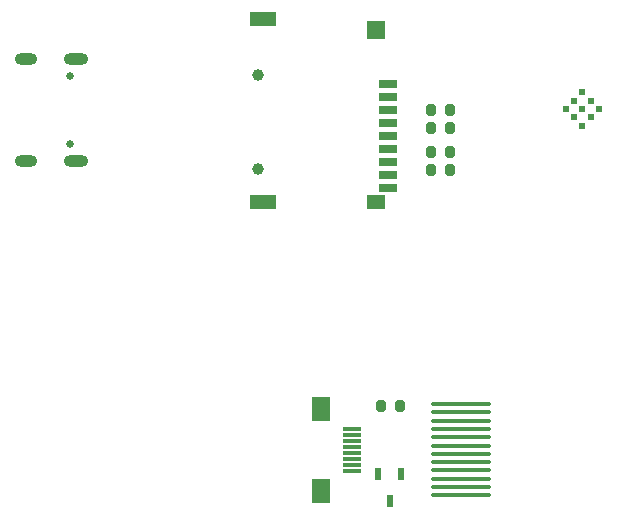
<source format=gbs>
%TF.GenerationSoftware,KiCad,Pcbnew,(6.0.7)*%
%TF.CreationDate,2022-08-03T19:32:55+08:00*%
%TF.ProjectId,Egret,45677265-742e-46b6-9963-61645f706362,rev?*%
%TF.SameCoordinates,Original*%
%TF.FileFunction,Soldermask,Bot*%
%TF.FilePolarity,Negative*%
%FSLAX46Y46*%
G04 Gerber Fmt 4.6, Leading zero omitted, Abs format (unit mm)*
G04 Created by KiCad (PCBNEW (6.0.7)) date 2022-08-03 19:32:55*
%MOMM*%
%LPD*%
G01*
G04 APERTURE LIST*
G04 Aperture macros list*
%AMRoundRect*
0 Rectangle with rounded corners*
0 $1 Rounding radius*
0 $2 $3 $4 $5 $6 $7 $8 $9 X,Y pos of 4 corners*
0 Add a 4 corners polygon primitive as box body*
4,1,4,$2,$3,$4,$5,$6,$7,$8,$9,$2,$3,0*
0 Add four circle primitives for the rounded corners*
1,1,$1+$1,$2,$3*
1,1,$1+$1,$4,$5*
1,1,$1+$1,$6,$7*
1,1,$1+$1,$8,$9*
0 Add four rect primitives between the rounded corners*
20,1,$1+$1,$2,$3,$4,$5,0*
20,1,$1+$1,$4,$5,$6,$7,0*
20,1,$1+$1,$6,$7,$8,$9,0*
20,1,$1+$1,$8,$9,$2,$3,0*%
G04 Aperture macros list end*
%ADD10C,0.650000*%
%ADD11O,2.100000X1.000000*%
%ADD12O,1.900000X1.000000*%
%ADD13C,0.610000*%
%ADD14RoundRect,0.200000X-0.200000X-0.275000X0.200000X-0.275000X0.200000X0.275000X-0.200000X0.275000X0*%
%ADD15R,0.532000X1.070000*%
%ADD16R,1.500000X0.300000*%
%ADD17R,1.500000X2.000000*%
%ADD18C,1.000000*%
%ADD19R,1.600000X0.700000*%
%ADD20R,1.500000X1.200000*%
%ADD21R,2.200000X1.200000*%
%ADD22R,1.500000X1.600000*%
%ADD23RoundRect,0.087500X-2.412500X-0.087500X2.412500X-0.087500X2.412500X0.087500X-2.412500X0.087500X0*%
%ADD24RoundRect,0.200000X0.200000X0.275000X-0.200000X0.275000X-0.200000X-0.275000X0.200000X-0.275000X0*%
G04 APERTURE END LIST*
D10*
%TO.C,USB1*%
X123139000Y-89758000D03*
X123139000Y-83978000D03*
D11*
X123639000Y-82543000D03*
X123639000Y-91193000D03*
D12*
X119439000Y-82543000D03*
X119439000Y-91193000D03*
%TD*%
D13*
%TO.C,U3*%
X166540000Y-86750000D03*
X167247107Y-86042893D03*
X167954214Y-86750000D03*
X166540000Y-88164214D03*
X165832893Y-87457107D03*
X167247107Y-87457107D03*
X166540000Y-85335786D03*
X165125786Y-86750000D03*
X165832893Y-86042893D03*
%TD*%
D14*
%TO.C,R20*%
X153705000Y-88388000D03*
X155355000Y-88388000D03*
%TD*%
D15*
%TO.C,Q3*%
X149277333Y-117706100D03*
X151177333Y-117706100D03*
X150227333Y-119976100D03*
%TD*%
D16*
%TO.C,U9*%
X147026333Y-117379100D03*
X147026333Y-116879100D03*
X147026333Y-116379100D03*
X147026333Y-115879100D03*
X147026333Y-115379100D03*
X147026333Y-114879100D03*
X147026333Y-114379100D03*
X147026333Y-113879100D03*
D17*
X144426333Y-112179100D03*
X144426333Y-119079100D03*
%TD*%
D18*
%TO.C,Card1*%
X139080000Y-91861000D03*
X139080000Y-83861000D03*
D19*
X150080000Y-84670000D03*
X150080000Y-85770000D03*
X150080000Y-86869000D03*
X150080000Y-87970000D03*
X150080000Y-89069000D03*
X150080000Y-90170000D03*
X150080000Y-91269000D03*
X150080000Y-92369000D03*
X150080000Y-93469000D03*
D20*
X149080000Y-94669000D03*
D21*
X139480000Y-94661000D03*
X139480000Y-79161000D03*
D22*
X149080000Y-80061000D03*
%TD*%
D23*
%TO.C,U10*%
X156288333Y-119454100D03*
X156288333Y-118754100D03*
X156288333Y-118054100D03*
X156288333Y-117354100D03*
X156288333Y-116654100D03*
X156288333Y-115954100D03*
X156288333Y-115254100D03*
X156288333Y-114554100D03*
X156288333Y-113854100D03*
X156288333Y-113154100D03*
X156288333Y-112454100D03*
X156288333Y-111754100D03*
%TD*%
D14*
%TO.C,R21*%
X153705000Y-90380000D03*
X155355000Y-90380000D03*
%TD*%
%TO.C,R22*%
X153705000Y-86868000D03*
X155355000Y-86868000D03*
%TD*%
D24*
%TO.C,R18*%
X151148333Y-111889100D03*
X149498333Y-111889100D03*
%TD*%
D14*
%TO.C,R19*%
X153705000Y-91910000D03*
X155355000Y-91910000D03*
%TD*%
M02*

</source>
